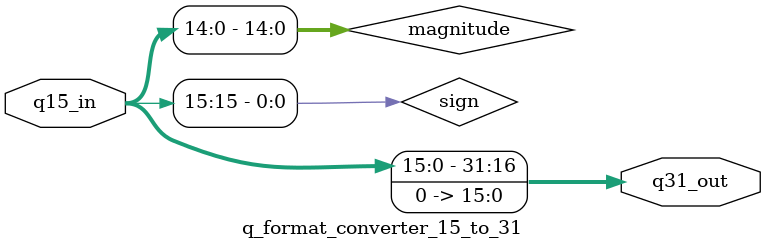
<source format=sv>
module q_format_converter_15_to_31(
    input wire [15:0] q15_in,
    output reg [31:0] q31_out
);
    wire sign = q15_in[15];
    wire [14:0] magnitude = q15_in[14:0];
    
    always @* begin
        q31_out = {sign, magnitude, 16'b0};
    end
endmodule
</source>
